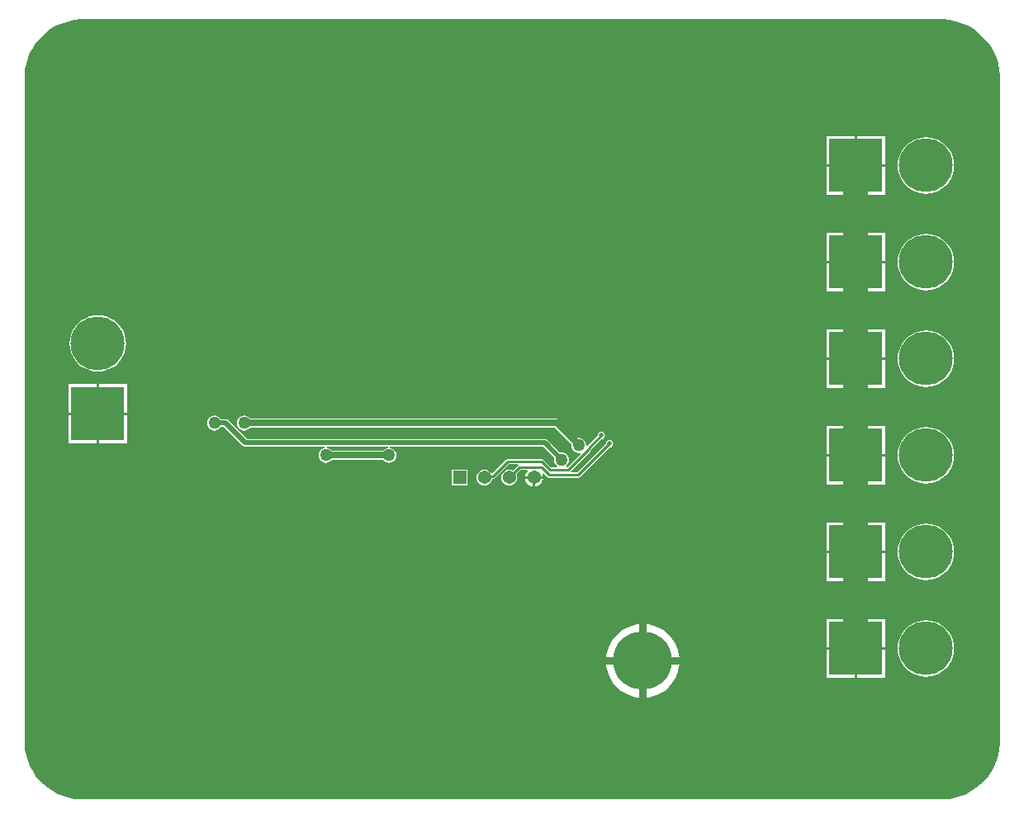
<source format=gbl>
G04*
G04 #@! TF.GenerationSoftware,Altium Limited,Altium Designer,22.0.2 (36)*
G04*
G04 Layer_Physical_Order=2*
G04 Layer_Color=16711680*
%FSLAX25Y25*%
%MOIN*%
G70*
G04*
G04 #@! TF.SameCoordinates,2399AC83-C245-47A7-85CA-B2C80BF99C82*
G04*
G04*
G04 #@! TF.FilePolarity,Positive*
G04*
G01*
G75*
%ADD10C,0.01000*%
%ADD83C,0.10000*%
%ADD84C,0.02500*%
%ADD85C,0.02000*%
%ADD86C,0.23622*%
%ADD87C,0.21717*%
%ADD88R,0.21717X0.21717*%
%ADD89R,0.21717X0.21717*%
%ADD90C,0.05394*%
%ADD91R,0.05394X0.05394*%
%ADD92C,0.05000*%
%ADD93C,0.02500*%
%ADD94C,0.02000*%
%ADD95C,0.04000*%
%ADD96C,0.01500*%
G36*
X385919Y344773D02*
X388195Y344320D01*
X390417Y343646D01*
X392561Y342758D01*
X394608Y341664D01*
X396537Y340374D01*
X398332Y338902D01*
X399973Y337261D01*
X401445Y335467D01*
X402735Y333537D01*
X403829Y331490D01*
X404717Y329346D01*
X405391Y327125D01*
X405843Y324848D01*
X406071Y322538D01*
Y321378D01*
Y53661D01*
Y52501D01*
X405843Y50191D01*
X405391Y47915D01*
X404717Y45694D01*
X403829Y43549D01*
X402735Y41503D01*
X401445Y39573D01*
X399973Y37779D01*
X398332Y36138D01*
X396537Y34665D01*
X394608Y33376D01*
X392561Y32282D01*
X390417Y31393D01*
X388195Y30720D01*
X385919Y30267D01*
X383609Y30039D01*
X34832D01*
X32522Y30267D01*
X30246Y30720D01*
X28025Y31393D01*
X25880Y32282D01*
X23833Y33376D01*
X21904Y34665D01*
X20109Y36138D01*
X18468Y37779D01*
X16996Y39573D01*
X15706Y41503D01*
X14612Y43549D01*
X13724Y45694D01*
X13050Y47915D01*
X12598Y50191D01*
X12370Y52501D01*
Y53661D01*
Y321378D01*
Y322538D01*
X12598Y324848D01*
X13050Y327125D01*
X13724Y329346D01*
X14612Y331490D01*
X15706Y333537D01*
X16996Y335467D01*
X18468Y337261D01*
X20109Y338902D01*
X21904Y340374D01*
X23833Y341664D01*
X25880Y342758D01*
X28025Y343646D01*
X30246Y344320D01*
X32522Y344773D01*
X34832Y345000D01*
X383609D01*
X385919Y344773D01*
D02*
G37*
%LPC*%
G36*
X359756Y297858D02*
X348398D01*
Y286500D01*
X359756D01*
Y297858D01*
D02*
G37*
G36*
X347398D02*
X336039D01*
Y286500D01*
X347398D01*
Y297858D01*
D02*
G37*
G36*
X376244Y297393D02*
X374462Y297253D01*
X372723Y296836D01*
X371072Y296152D01*
X369547Y295217D01*
X368188Y294056D01*
X367027Y292697D01*
X366092Y291173D01*
X365408Y289521D01*
X364991Y287782D01*
X364851Y286000D01*
X364991Y284218D01*
X365408Y282479D01*
X366092Y280827D01*
X367027Y279303D01*
X368188Y277944D01*
X369547Y276782D01*
X371072Y275848D01*
X372723Y275164D01*
X374462Y274747D01*
X376244Y274607D01*
X378026Y274747D01*
X379765Y275164D01*
X381417Y275848D01*
X382941Y276782D01*
X384300Y277944D01*
X385461Y279303D01*
X386396Y280827D01*
X387080Y282479D01*
X387497Y284218D01*
X387637Y286000D01*
X387497Y287782D01*
X387080Y289521D01*
X386396Y291173D01*
X385461Y292697D01*
X384300Y294056D01*
X382941Y295217D01*
X381417Y296152D01*
X379765Y296836D01*
X378026Y297253D01*
X376244Y297393D01*
D02*
G37*
G36*
X359756Y285500D02*
X348398D01*
Y274142D01*
X359756D01*
Y285500D01*
D02*
G37*
G36*
X347398D02*
X336039D01*
Y274142D01*
X347398D01*
Y285500D01*
D02*
G37*
G36*
X359756Y258858D02*
X348398D01*
Y247500D01*
X359756D01*
Y258858D01*
D02*
G37*
G36*
X347398D02*
X336039D01*
Y247500D01*
X347398D01*
Y258858D01*
D02*
G37*
G36*
X376244Y258393D02*
X374462Y258253D01*
X372723Y257836D01*
X371072Y257152D01*
X369547Y256218D01*
X368188Y255056D01*
X367027Y253697D01*
X366092Y252172D01*
X365408Y250521D01*
X364991Y248782D01*
X364851Y247000D01*
X364991Y245218D01*
X365408Y243479D01*
X366092Y241828D01*
X367027Y240303D01*
X368188Y238944D01*
X369547Y237783D01*
X371072Y236848D01*
X372723Y236164D01*
X374462Y235747D01*
X376244Y235607D01*
X378026Y235747D01*
X379765Y236164D01*
X381417Y236848D01*
X382941Y237783D01*
X384300Y238944D01*
X385461Y240303D01*
X386396Y241828D01*
X387080Y243479D01*
X387497Y245218D01*
X387637Y247000D01*
X387497Y248782D01*
X387080Y250521D01*
X386396Y252172D01*
X385461Y253697D01*
X384300Y255056D01*
X382941Y256218D01*
X381417Y257152D01*
X379765Y257836D01*
X378026Y258253D01*
X376244Y258393D01*
D02*
G37*
G36*
X359756Y246500D02*
X348398D01*
Y235142D01*
X359756D01*
Y246500D01*
D02*
G37*
G36*
X347398D02*
X336039D01*
Y235142D01*
X347398D01*
Y246500D01*
D02*
G37*
G36*
X359756Y219858D02*
X348398D01*
Y208500D01*
X359756D01*
Y219858D01*
D02*
G37*
G36*
X347398D02*
X336039D01*
Y208500D01*
X347398D01*
Y219858D01*
D02*
G37*
G36*
X42000Y225567D02*
X40218Y225426D01*
X38479Y225009D01*
X36827Y224325D01*
X35303Y223391D01*
X33944Y222230D01*
X32783Y220870D01*
X31848Y219346D01*
X31164Y217694D01*
X30747Y215955D01*
X30607Y214173D01*
X30747Y212391D01*
X31164Y210652D01*
X31848Y209001D01*
X32783Y207476D01*
X33944Y206117D01*
X35303Y204956D01*
X36827Y204022D01*
X38479Y203338D01*
X40218Y202920D01*
X42000Y202780D01*
X43782Y202920D01*
X45521Y203338D01*
X47172Y204022D01*
X48697Y204956D01*
X50056Y206117D01*
X51217Y207476D01*
X52152Y209001D01*
X52836Y210652D01*
X53253Y212391D01*
X53393Y214173D01*
X53253Y215955D01*
X52836Y217694D01*
X52152Y219346D01*
X51217Y220870D01*
X50056Y222230D01*
X48697Y223391D01*
X47172Y224325D01*
X45521Y225009D01*
X43782Y225426D01*
X42000Y225567D01*
D02*
G37*
G36*
X376244Y219393D02*
X374462Y219253D01*
X372723Y218836D01*
X371072Y218152D01*
X369547Y217217D01*
X368188Y216056D01*
X367027Y214697D01*
X366092Y213173D01*
X365408Y211521D01*
X364991Y209782D01*
X364851Y208000D01*
X364991Y206218D01*
X365408Y204479D01*
X366092Y202828D01*
X367027Y201303D01*
X368188Y199944D01*
X369547Y198783D01*
X371072Y197848D01*
X372723Y197164D01*
X374462Y196747D01*
X376244Y196607D01*
X378026Y196747D01*
X379765Y197164D01*
X381417Y197848D01*
X382941Y198783D01*
X384300Y199944D01*
X385461Y201303D01*
X386396Y202828D01*
X387080Y204479D01*
X387497Y206218D01*
X387637Y208000D01*
X387497Y209782D01*
X387080Y211521D01*
X386396Y213173D01*
X385461Y214697D01*
X384300Y216056D01*
X382941Y217217D01*
X381417Y218152D01*
X379765Y218836D01*
X378026Y219253D01*
X376244Y219393D01*
D02*
G37*
G36*
X359756Y207500D02*
X348398D01*
Y196142D01*
X359756D01*
Y207500D01*
D02*
G37*
G36*
X347398D02*
X336039D01*
Y196142D01*
X347398D01*
Y207500D01*
D02*
G37*
G36*
X53858Y197685D02*
X42500D01*
Y186327D01*
X53858D01*
Y197685D01*
D02*
G37*
G36*
X41500D02*
X30142D01*
Y186327D01*
X41500D01*
Y197685D01*
D02*
G37*
G36*
X53858Y185327D02*
X42500D01*
Y173969D01*
X53858D01*
Y185327D01*
D02*
G37*
G36*
X41500D02*
X30142D01*
Y173969D01*
X41500D01*
Y185327D01*
D02*
G37*
G36*
X359756Y180858D02*
X348398D01*
Y169500D01*
X359756D01*
Y180858D01*
D02*
G37*
G36*
X347398D02*
X336039D01*
Y169500D01*
X347398D01*
Y180858D01*
D02*
G37*
G36*
X101071Y185026D02*
X100288Y184923D01*
X99558Y184620D01*
X98931Y184140D01*
X98450Y183513D01*
X98148Y182783D01*
X98045Y182000D01*
X98148Y181217D01*
X98450Y180487D01*
X98931Y179860D01*
X99558Y179379D01*
X100288Y179077D01*
X101071Y178974D01*
X101854Y179077D01*
X102584Y179379D01*
X103210Y179860D01*
X103483Y180216D01*
X226332D01*
X233103Y173444D01*
X233045Y173000D01*
X233148Y172217D01*
X233450Y171487D01*
X233931Y170860D01*
X234558Y170379D01*
X235288Y170077D01*
X236071Y169974D01*
X236641Y170049D01*
X236875Y169576D01*
X231543Y164244D01*
X231217Y164286D01*
X231061Y164796D01*
X231350Y165018D01*
X231831Y165645D01*
X232133Y166375D01*
X232237Y167158D01*
X232133Y167941D01*
X231831Y168671D01*
X231350Y169298D01*
X230724Y169779D01*
X229994Y170081D01*
X229211Y170184D01*
X228448Y170083D01*
X223450Y175081D01*
X222954Y175413D01*
X222369Y175529D01*
X102251D01*
X94699Y183081D01*
X94202Y183413D01*
X93617Y183529D01*
X91679D01*
X91211Y184140D01*
X90584Y184620D01*
X89854Y184923D01*
X89071Y185026D01*
X88288Y184923D01*
X87558Y184620D01*
X86931Y184140D01*
X86450Y183513D01*
X86148Y182783D01*
X86045Y182000D01*
X86148Y181217D01*
X86450Y180487D01*
X86931Y179860D01*
X87558Y179379D01*
X88288Y179077D01*
X89071Y178974D01*
X89854Y179077D01*
X90584Y179379D01*
X91211Y179860D01*
X91679Y180471D01*
X92984D01*
X100536Y172919D01*
X101032Y172587D01*
X101617Y172471D01*
X133618D01*
X133651Y171971D01*
X133288Y171923D01*
X132558Y171621D01*
X131931Y171140D01*
X131450Y170513D01*
X131148Y169783D01*
X131045Y169000D01*
X131148Y168217D01*
X131450Y167487D01*
X131931Y166860D01*
X132558Y166379D01*
X133288Y166077D01*
X134071Y165974D01*
X134854Y166077D01*
X135584Y166379D01*
X136210Y166860D01*
X136483Y167216D01*
X157099D01*
X157372Y166860D01*
X157999Y166379D01*
X158729Y166077D01*
X159512Y165974D01*
X160295Y166077D01*
X161025Y166379D01*
X161651Y166860D01*
X162132Y167487D01*
X162434Y168217D01*
X162538Y169000D01*
X162434Y169783D01*
X162132Y170513D01*
X161651Y171140D01*
X161025Y171621D01*
X160295Y171923D01*
X159932Y171971D01*
X159965Y172471D01*
X221735D01*
X226285Y167921D01*
X226185Y167158D01*
X226288Y166375D01*
X226590Y165645D01*
X227071Y165018D01*
X227515Y164678D01*
X227345Y164178D01*
X225016D01*
X221972Y167221D01*
X221641Y167442D01*
X221251Y167520D01*
X207564D01*
X207173Y167442D01*
X206843Y167221D01*
X201355Y161733D01*
X201250Y161707D01*
X200733Y161782D01*
X200351Y162280D01*
X199683Y162793D01*
X198905Y163115D01*
X198071Y163224D01*
X197236Y163115D01*
X196459Y162793D01*
X195791Y162280D01*
X195278Y161612D01*
X194956Y160835D01*
X194846Y160000D01*
X194956Y159166D01*
X195278Y158388D01*
X195791Y157720D01*
X196459Y157208D01*
X197236Y156885D01*
X198071Y156776D01*
X198905Y156885D01*
X199683Y157208D01*
X200351Y157720D01*
X200863Y158388D01*
X201185Y159166D01*
X201223Y159452D01*
X201535D01*
X201925Y159529D01*
X202256Y159750D01*
X207986Y165480D01*
X211614D01*
X211692Y165243D01*
X211697Y164980D01*
X211433Y164804D01*
X209498Y162869D01*
X208905Y163115D01*
X208071Y163224D01*
X207236Y163115D01*
X206459Y162793D01*
X205791Y162280D01*
X205278Y161612D01*
X204956Y160835D01*
X204846Y160000D01*
X204956Y159166D01*
X205278Y158388D01*
X205791Y157720D01*
X206459Y157208D01*
X207236Y156885D01*
X208071Y156776D01*
X208905Y156885D01*
X209683Y157208D01*
X210351Y157720D01*
X210863Y158388D01*
X211185Y159166D01*
X211295Y160000D01*
X211185Y160835D01*
X210940Y161427D01*
X212576Y163063D01*
X215249D01*
X215378Y162563D01*
X214842Y161864D01*
X214469Y160965D01*
X214408Y160500D01*
X221734D01*
X221673Y160965D01*
X221424Y161565D01*
X221848Y161848D01*
X223417Y160279D01*
X223748Y160058D01*
X224138Y159980D01*
X235869D01*
X236259Y160058D01*
X236590Y160279D01*
X248498Y172187D01*
X248571Y172172D01*
X249156Y172289D01*
X249652Y172620D01*
X249984Y173116D01*
X250100Y173702D01*
X249984Y174287D01*
X249652Y174783D01*
X249156Y175115D01*
X248571Y175231D01*
X247986Y175115D01*
X247489Y174783D01*
X247158Y174287D01*
X247041Y173702D01*
X247056Y173629D01*
X235447Y162020D01*
X232895D01*
X232778Y162198D01*
X232702Y162520D01*
X240792Y170609D01*
X241013Y170940D01*
X241090Y171330D01*
Y171408D01*
X245168Y175485D01*
X245241Y175471D01*
X245826Y175587D01*
X246322Y175919D01*
X246654Y176415D01*
X246770Y177000D01*
X246654Y177585D01*
X246322Y178081D01*
X245826Y178413D01*
X245241Y178529D01*
X244656Y178413D01*
X244159Y178081D01*
X243828Y177585D01*
X243711Y177000D01*
X243726Y176927D01*
X239571Y172772D01*
X239097Y173000D01*
X238994Y173783D01*
X238691Y174513D01*
X238210Y175140D01*
X237584Y175620D01*
X236854Y175923D01*
X236071Y176026D01*
X235627Y175967D01*
X228332Y183262D01*
X227754Y183649D01*
X227071Y183784D01*
X103483D01*
X103210Y184140D01*
X102584Y184620D01*
X101854Y184923D01*
X101071Y185026D01*
D02*
G37*
G36*
X376244Y180393D02*
X374462Y180253D01*
X372723Y179836D01*
X371072Y179152D01*
X369547Y178217D01*
X368188Y177056D01*
X367027Y175697D01*
X366092Y174172D01*
X365408Y172521D01*
X364991Y170782D01*
X364851Y169000D01*
X364991Y167218D01*
X365408Y165479D01*
X366092Y163828D01*
X367027Y162303D01*
X368188Y160944D01*
X369547Y159783D01*
X371072Y158848D01*
X372723Y158164D01*
X374462Y157747D01*
X376244Y157607D01*
X378026Y157747D01*
X379765Y158164D01*
X381417Y158848D01*
X382941Y159783D01*
X384300Y160944D01*
X385461Y162303D01*
X386396Y163828D01*
X387080Y165479D01*
X387497Y167218D01*
X387637Y169000D01*
X387497Y170782D01*
X387080Y172521D01*
X386396Y174172D01*
X385461Y175697D01*
X384300Y177056D01*
X382941Y178217D01*
X381417Y179152D01*
X379765Y179836D01*
X378026Y180253D01*
X376244Y180393D01*
D02*
G37*
G36*
X359756Y168500D02*
X348398D01*
Y157142D01*
X359756D01*
Y168500D01*
D02*
G37*
G36*
X347398D02*
X336039D01*
Y157142D01*
X347398D01*
Y168500D01*
D02*
G37*
G36*
X191268Y163197D02*
X184874D01*
Y156803D01*
X191268D01*
Y163197D01*
D02*
G37*
G36*
X221734Y159500D02*
X218571D01*
Y156337D01*
X219036Y156398D01*
X219935Y156771D01*
X220707Y157363D01*
X221300Y158136D01*
X221673Y159035D01*
X221734Y159500D01*
D02*
G37*
G36*
X217571D02*
X214408D01*
X214469Y159035D01*
X214842Y158136D01*
X215434Y157363D01*
X216206Y156771D01*
X217106Y156398D01*
X217571Y156337D01*
Y159500D01*
D02*
G37*
G36*
X359756Y141858D02*
X348398D01*
Y130500D01*
X359756D01*
Y141858D01*
D02*
G37*
G36*
X347398D02*
X336039D01*
Y130500D01*
X347398D01*
Y141858D01*
D02*
G37*
G36*
X376244Y141393D02*
X374462Y141253D01*
X372723Y140836D01*
X371072Y140152D01*
X369547Y139217D01*
X368188Y138056D01*
X367027Y136697D01*
X366092Y135172D01*
X365408Y133521D01*
X364991Y131782D01*
X364851Y130000D01*
X364991Y128218D01*
X365408Y126479D01*
X366092Y124828D01*
X367027Y123303D01*
X368188Y121944D01*
X369547Y120782D01*
X371072Y119848D01*
X372723Y119164D01*
X374462Y118747D01*
X376244Y118607D01*
X378026Y118747D01*
X379765Y119164D01*
X381417Y119848D01*
X382941Y120782D01*
X384300Y121944D01*
X385461Y123303D01*
X386396Y124828D01*
X387080Y126479D01*
X387497Y128218D01*
X387637Y130000D01*
X387497Y131782D01*
X387080Y133521D01*
X386396Y135172D01*
X385461Y136697D01*
X384300Y138056D01*
X382941Y139217D01*
X381417Y140152D01*
X379765Y140836D01*
X378026Y141253D01*
X376244Y141393D01*
D02*
G37*
G36*
X359756Y129500D02*
X348398D01*
Y118142D01*
X359756D01*
Y129500D01*
D02*
G37*
G36*
X347398D02*
X336039D01*
Y118142D01*
X347398D01*
Y129500D01*
D02*
G37*
G36*
X359756Y102858D02*
X348398D01*
Y91500D01*
X359756D01*
Y102858D01*
D02*
G37*
G36*
X347398D02*
X336039D01*
Y91500D01*
X347398D01*
Y102858D01*
D02*
G37*
G36*
X263500Y100739D02*
Y87500D01*
X276739D01*
X276674Y88324D01*
X276130Y90591D01*
X275237Y92745D01*
X274019Y94733D01*
X272505Y96505D01*
X270733Y98019D01*
X268745Y99238D01*
X266591Y100130D01*
X264324Y100674D01*
X263500Y100739D01*
D02*
G37*
G36*
X260500D02*
X259676Y100674D01*
X257409Y100130D01*
X255255Y99238D01*
X253267Y98019D01*
X251495Y96505D01*
X249981Y94733D01*
X248762Y92745D01*
X247870Y90591D01*
X247326Y88324D01*
X247261Y87500D01*
X260500D01*
Y100739D01*
D02*
G37*
G36*
X376244Y102393D02*
X374462Y102253D01*
X372723Y101836D01*
X371072Y101152D01*
X369547Y100217D01*
X368188Y99056D01*
X367027Y97697D01*
X366092Y96172D01*
X365408Y94521D01*
X364991Y92782D01*
X364851Y91000D01*
X364991Y89218D01*
X365408Y87479D01*
X366092Y85827D01*
X367027Y84303D01*
X368188Y82944D01*
X369547Y81783D01*
X371072Y80848D01*
X372723Y80164D01*
X374462Y79747D01*
X376244Y79607D01*
X378026Y79747D01*
X379765Y80164D01*
X381417Y80848D01*
X382941Y81783D01*
X384300Y82944D01*
X385461Y84303D01*
X386396Y85827D01*
X387080Y87479D01*
X387497Y89218D01*
X387637Y91000D01*
X387497Y92782D01*
X387080Y94521D01*
X386396Y96172D01*
X385461Y97697D01*
X384300Y99056D01*
X382941Y100217D01*
X381417Y101152D01*
X379765Y101836D01*
X378026Y102253D01*
X376244Y102393D01*
D02*
G37*
G36*
X359756Y90500D02*
X348398D01*
Y79142D01*
X359756D01*
Y90500D01*
D02*
G37*
G36*
X347398D02*
X336039D01*
Y79142D01*
X347398D01*
Y90500D01*
D02*
G37*
G36*
X276739Y84500D02*
X263500D01*
Y71261D01*
X264324Y71326D01*
X266591Y71870D01*
X268745Y72763D01*
X270733Y73981D01*
X272505Y75495D01*
X274019Y77267D01*
X275237Y79255D01*
X276130Y81409D01*
X276674Y83676D01*
X276739Y84500D01*
D02*
G37*
G36*
X260500D02*
X247261D01*
X247326Y83676D01*
X247870Y81409D01*
X248762Y79255D01*
X249981Y77267D01*
X251495Y75495D01*
X253267Y73981D01*
X255255Y72763D01*
X257409Y71870D01*
X259676Y71326D01*
X260500Y71261D01*
Y84500D01*
D02*
G37*
%LPD*%
G36*
X159092Y171971D02*
X158729Y171923D01*
X157999Y171621D01*
X157372Y171140D01*
X157099Y170784D01*
X136483D01*
X136210Y171140D01*
X135584Y171621D01*
X134854Y171923D01*
X134491Y171971D01*
X134523Y172471D01*
X159059D01*
X159092Y171971D01*
D02*
G37*
D10*
X231899Y163158D02*
X240071Y171330D01*
X198542Y160471D02*
X201535D01*
X208071Y160000D02*
X212154Y164083D01*
X198071Y160000D02*
X198542Y160471D01*
X240071Y171830D02*
X245241Y177000D01*
X240071Y171330D02*
Y171830D01*
X212154Y164083D02*
X221055D01*
X224138Y161000D01*
X224593Y163158D02*
X231899D01*
X201535Y160471D02*
X207564Y166500D01*
X221251D02*
X224593Y163158D01*
X207564Y166500D02*
X221251D01*
X224138Y161000D02*
X235869D01*
X248571Y173702D01*
D83*
X347898Y130000D02*
Y169000D01*
Y208000D01*
Y247000D01*
Y286000D01*
Y91000D02*
Y130000D01*
D84*
X134071Y169000D02*
X159512D01*
X133071D02*
X134071D01*
X101071Y182000D02*
X227071D01*
X236071Y173000D01*
X236571Y173500D02*
X237071Y173000D01*
D85*
X101617Y174000D02*
X222369D01*
X229211Y167158D01*
X89071Y182000D02*
X93617D01*
X101617Y174000D01*
D86*
X382449Y321378D02*
D03*
Y53661D02*
D03*
X35992D02*
D03*
Y321378D02*
D03*
X262000Y86000D02*
D03*
D87*
X376244Y169000D02*
D03*
X42000Y214173D02*
D03*
X376244Y208000D02*
D03*
Y286000D02*
D03*
Y247000D02*
D03*
Y130000D02*
D03*
Y91000D02*
D03*
D88*
X347898Y169000D02*
D03*
Y208000D02*
D03*
Y286000D02*
D03*
Y247000D02*
D03*
Y130000D02*
D03*
Y91000D02*
D03*
D89*
X42000Y185827D02*
D03*
D90*
X218071Y160000D02*
D03*
X208071D02*
D03*
X198071D02*
D03*
D91*
X188071D02*
D03*
D92*
X262071Y161000D02*
D03*
Y169000D02*
D03*
X280071Y161000D02*
D03*
X271071D02*
D03*
Y169000D02*
D03*
X280071D02*
D03*
X72000Y143000D02*
D03*
X112000D02*
D03*
Y135000D02*
D03*
X92000D02*
D03*
Y143000D02*
D03*
X102000D02*
D03*
Y135000D02*
D03*
X82000D02*
D03*
X72000D02*
D03*
X82000Y143000D02*
D03*
X236071Y173000D02*
D03*
X101071Y182000D02*
D03*
X89071D02*
D03*
X159512Y169000D02*
D03*
X229211Y167158D02*
D03*
X32000Y135000D02*
D03*
X42000D02*
D03*
X52000D02*
D03*
X62000Y143000D02*
D03*
X52000D02*
D03*
X32000D02*
D03*
X42000D02*
D03*
X62000Y135000D02*
D03*
X298071Y161000D02*
D03*
Y169000D02*
D03*
X289071D02*
D03*
Y161000D02*
D03*
X134071Y169000D02*
D03*
D93*
X236404Y233000D02*
D03*
X232737D02*
D03*
X229071D02*
D03*
X240071D02*
D03*
D94*
X248571Y173702D02*
D03*
X245241Y177000D02*
D03*
X246071Y167000D02*
D03*
Y164000D02*
D03*
X228071Y210000D02*
D03*
X225071Y207000D02*
D03*
X228071D02*
D03*
X225071Y210000D02*
D03*
X249071Y164000D02*
D03*
Y167000D02*
D03*
D95*
X246071Y201000D02*
D03*
X254071Y188000D02*
D03*
D96*
X246237Y184000D02*
D03*
X241237D02*
D03*
X242904D02*
D03*
X244571D02*
D03*
M02*

</source>
